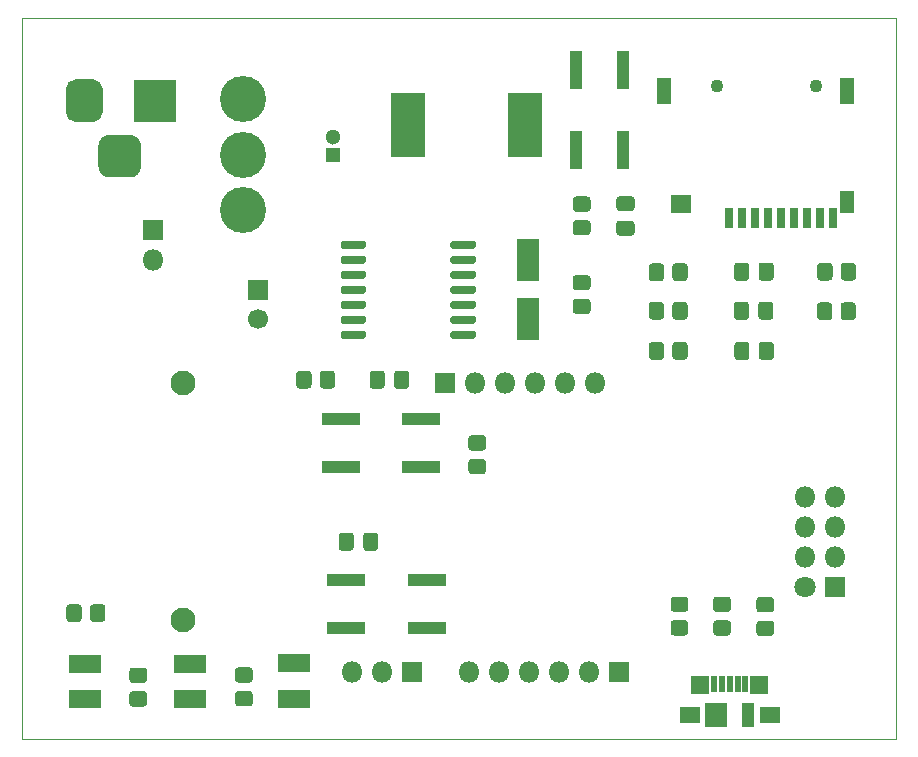
<source format=gbr>
%TF.GenerationSoftware,KiCad,Pcbnew,(5.1.6)-1*%
%TF.CreationDate,2020-11-04T18:23:40+01:00*%
%TF.ProjectId,rps_ki,7270735f-6b69-42e6-9b69-6361645f7063,rev?*%
%TF.SameCoordinates,Original*%
%TF.FileFunction,Soldermask,Top*%
%TF.FilePolarity,Negative*%
%FSLAX46Y46*%
G04 Gerber Fmt 4.6, Leading zero omitted, Abs format (unit mm)*
G04 Created by KiCad (PCBNEW (5.1.6)-1) date 2020-11-04 18:23:40*
%MOMM*%
%LPD*%
G01*
G04 APERTURE LIST*
%TA.AperFunction,Profile*%
%ADD10C,0.050000*%
%TD*%
%ADD11O,1.800000X1.800000*%
%ADD12R,1.800000X1.800000*%
%ADD13C,1.800000*%
%ADD14R,3.600000X3.600000*%
%ADD15R,3.300000X1.100000*%
%ADD16R,1.100000X3.300000*%
%ADD17C,3.910000*%
%ADD18R,3.000000X5.500000*%
%ADD19C,1.100000*%
%ADD20R,1.300000X2.300000*%
%ADD21R,1.300000X1.900000*%
%ADD22R,1.700000X1.600000*%
%ADD23R,0.800000X1.700000*%
%ADD24R,1.100000X2.000000*%
%ADD25R,1.900000X2.000000*%
%ADD26R,1.750000X1.400000*%
%ADD27R,1.525000X1.650000*%
%ADD28R,0.550000X1.480000*%
%ADD29R,2.700000X1.600000*%
%ADD30R,1.900000X3.600000*%
%ADD31C,1.700000*%
%ADD32R,1.700000X1.700000*%
%ADD33C,1.300000*%
%ADD34R,1.300000X1.300000*%
%ADD35C,2.100000*%
G04 APERTURE END LIST*
D10*
X109485600Y-91656800D02*
X35485600Y-91656800D01*
X109485600Y-91656800D02*
X109485600Y-91656800D01*
X35485600Y-30656800D02*
X109485600Y-30656800D01*
X109485600Y-30656800D02*
X109485600Y-91656800D01*
X35485600Y-91656800D02*
X35485600Y-30656800D01*
D11*
%TO.C,J5*%
X73304400Y-86004400D03*
X75844400Y-86004400D03*
X78384400Y-86004400D03*
X80924400Y-86004400D03*
X83464400Y-86004400D03*
D12*
X86004400Y-86004400D03*
%TD*%
D13*
%TO.C,J4*%
X101803200Y-78841600D03*
D12*
X104343200Y-78841600D03*
D11*
X101803200Y-76301600D03*
X104343200Y-76301600D03*
X101803200Y-73761600D03*
X104343200Y-73761600D03*
X101803200Y-71221600D03*
X104343200Y-71221600D03*
%TD*%
%TO.C,J1*%
G36*
G01*
X41941600Y-43242800D02*
X41941600Y-41442800D01*
G75*
G02*
X42841600Y-40542800I900000J0D01*
G01*
X44641600Y-40542800D01*
G75*
G02*
X45541600Y-41442800I0J-900000D01*
G01*
X45541600Y-43242800D01*
G75*
G02*
X44641600Y-44142800I-900000J0D01*
G01*
X42841600Y-44142800D01*
G75*
G02*
X41941600Y-43242800I0J900000D01*
G01*
G37*
G36*
G01*
X39191600Y-38667800D02*
X39191600Y-36617800D01*
G75*
G02*
X39966600Y-35842800I775000J0D01*
G01*
X41516600Y-35842800D01*
G75*
G02*
X42291600Y-36617800I0J-775000D01*
G01*
X42291600Y-38667800D01*
G75*
G02*
X41516600Y-39442800I-775000J0D01*
G01*
X39966600Y-39442800D01*
G75*
G02*
X39191600Y-38667800I0J775000D01*
G01*
G37*
D14*
X46741600Y-37642800D03*
%TD*%
D15*
%TO.C,SW4*%
X62440400Y-64617600D03*
X69240400Y-64617600D03*
X69240400Y-68617600D03*
X62440400Y-68617600D03*
%TD*%
D16*
%TO.C,SW3*%
X86360000Y-35001200D03*
X86360000Y-41801200D03*
X82360000Y-41801200D03*
X82360000Y-35001200D03*
%TD*%
D15*
%TO.C,SW2*%
X69744800Y-82264000D03*
X62944800Y-82264000D03*
X62944800Y-78264000D03*
X69744800Y-78264000D03*
%TD*%
D17*
%TO.C,SW1*%
X54203600Y-42214800D03*
X54203600Y-37514800D03*
X54203600Y-46914800D03*
%TD*%
%TO.C,R12*%
G36*
G01*
X82375632Y-54401200D02*
X83333968Y-54401200D01*
G75*
G02*
X83604800Y-54672032I0J-270832D01*
G01*
X83604800Y-55430368D01*
G75*
G02*
X83333968Y-55701200I-270832J0D01*
G01*
X82375632Y-55701200D01*
G75*
G02*
X82104800Y-55430368I0J270832D01*
G01*
X82104800Y-54672032D01*
G75*
G02*
X82375632Y-54401200I270832J0D01*
G01*
G37*
G36*
G01*
X82375632Y-52401200D02*
X83333968Y-52401200D01*
G75*
G02*
X83604800Y-52672032I0J-270832D01*
G01*
X83604800Y-53430368D01*
G75*
G02*
X83333968Y-53701200I-270832J0D01*
G01*
X82375632Y-53701200D01*
G75*
G02*
X82104800Y-53430368I0J270832D01*
G01*
X82104800Y-52672032D01*
G75*
G02*
X82375632Y-52401200I270832J0D01*
G01*
G37*
%TD*%
D18*
%TO.C,L1*%
X68173600Y-39674800D03*
X78073600Y-39674800D03*
%TD*%
D19*
%TO.C,J7*%
X94300800Y-36399600D03*
X102700800Y-36399600D03*
D20*
X105300800Y-36799600D03*
X89800800Y-36799600D03*
D21*
X105300800Y-46199600D03*
D22*
X91300800Y-46399600D03*
D23*
X104100800Y-47599600D03*
X99700800Y-47599600D03*
X100800800Y-47599600D03*
X101900800Y-47599600D03*
X103000800Y-47599600D03*
X97500800Y-47599600D03*
X98600800Y-47599600D03*
X95300800Y-47599600D03*
X96400800Y-47599600D03*
%TD*%
D11*
%TO.C,J6*%
X83947000Y-61569600D03*
X81407000Y-61569600D03*
X78867000Y-61569600D03*
X76327000Y-61569600D03*
X73787000Y-61569600D03*
D12*
X71247000Y-61569600D03*
%TD*%
D11*
%TO.C,J3*%
X63398400Y-86004400D03*
X65938400Y-86004400D03*
D12*
X68478400Y-86004400D03*
%TD*%
D24*
%TO.C,J2*%
X96950700Y-89646200D03*
D25*
X94250700Y-89646200D03*
D26*
X98775700Y-89646200D03*
X92025700Y-89646200D03*
D27*
X97888200Y-87071200D03*
X92913200Y-87071200D03*
D28*
X96700700Y-86986200D03*
X96050700Y-86986200D03*
X95400700Y-86986200D03*
X94750700Y-86986200D03*
X94100700Y-86986200D03*
%TD*%
D29*
%TO.C,D4*%
X40792400Y-88293200D03*
X40792400Y-85293200D03*
%TD*%
%TO.C,D3*%
X49733200Y-88317200D03*
X49733200Y-85317200D03*
%TD*%
%TO.C,D2*%
X58521600Y-88290400D03*
X58521600Y-85290400D03*
%TD*%
D30*
%TO.C,D1*%
X78333600Y-56144800D03*
X78333600Y-51144800D03*
%TD*%
%TO.C,C17*%
G36*
G01*
X87066924Y-46996400D02*
X86059476Y-46996400D01*
G75*
G02*
X85788200Y-46725124I0J271276D01*
G01*
X85788200Y-45992676D01*
G75*
G02*
X86059476Y-45721400I271276J0D01*
G01*
X87066924Y-45721400D01*
G75*
G02*
X87338200Y-45992676I0J-271276D01*
G01*
X87338200Y-46725124D01*
G75*
G02*
X87066924Y-46996400I-271276J0D01*
G01*
G37*
G36*
G01*
X87066924Y-49071400D02*
X86059476Y-49071400D01*
G75*
G02*
X85788200Y-48800124I0J271276D01*
G01*
X85788200Y-48067676D01*
G75*
G02*
X86059476Y-47796400I271276J0D01*
G01*
X87066924Y-47796400D01*
G75*
G02*
X87338200Y-48067676I0J-271276D01*
G01*
X87338200Y-48800124D01*
G75*
G02*
X87066924Y-49071400I-271276J0D01*
G01*
G37*
%TD*%
D31*
%TO.C,C2*%
X55473600Y-56144800D03*
D32*
X55473600Y-53644800D03*
%TD*%
D33*
%TO.C,C1*%
X61823600Y-40714800D03*
D34*
X61823600Y-42214800D03*
%TD*%
%TO.C,U2*%
G36*
G01*
X71748600Y-50009800D02*
X71748600Y-49659800D01*
G75*
G02*
X71923600Y-49484800I175000J0D01*
G01*
X73723600Y-49484800D01*
G75*
G02*
X73898600Y-49659800I0J-175000D01*
G01*
X73898600Y-50009800D01*
G75*
G02*
X73723600Y-50184800I-175000J0D01*
G01*
X71923600Y-50184800D01*
G75*
G02*
X71748600Y-50009800I0J175000D01*
G01*
G37*
G36*
G01*
X71748600Y-51279800D02*
X71748600Y-50929800D01*
G75*
G02*
X71923600Y-50754800I175000J0D01*
G01*
X73723600Y-50754800D01*
G75*
G02*
X73898600Y-50929800I0J-175000D01*
G01*
X73898600Y-51279800D01*
G75*
G02*
X73723600Y-51454800I-175000J0D01*
G01*
X71923600Y-51454800D01*
G75*
G02*
X71748600Y-51279800I0J175000D01*
G01*
G37*
G36*
G01*
X71748600Y-52549800D02*
X71748600Y-52199800D01*
G75*
G02*
X71923600Y-52024800I175000J0D01*
G01*
X73723600Y-52024800D01*
G75*
G02*
X73898600Y-52199800I0J-175000D01*
G01*
X73898600Y-52549800D01*
G75*
G02*
X73723600Y-52724800I-175000J0D01*
G01*
X71923600Y-52724800D01*
G75*
G02*
X71748600Y-52549800I0J175000D01*
G01*
G37*
G36*
G01*
X71748600Y-53819800D02*
X71748600Y-53469800D01*
G75*
G02*
X71923600Y-53294800I175000J0D01*
G01*
X73723600Y-53294800D01*
G75*
G02*
X73898600Y-53469800I0J-175000D01*
G01*
X73898600Y-53819800D01*
G75*
G02*
X73723600Y-53994800I-175000J0D01*
G01*
X71923600Y-53994800D01*
G75*
G02*
X71748600Y-53819800I0J175000D01*
G01*
G37*
G36*
G01*
X71748600Y-55089800D02*
X71748600Y-54739800D01*
G75*
G02*
X71923600Y-54564800I175000J0D01*
G01*
X73723600Y-54564800D01*
G75*
G02*
X73898600Y-54739800I0J-175000D01*
G01*
X73898600Y-55089800D01*
G75*
G02*
X73723600Y-55264800I-175000J0D01*
G01*
X71923600Y-55264800D01*
G75*
G02*
X71748600Y-55089800I0J175000D01*
G01*
G37*
G36*
G01*
X71748600Y-56359800D02*
X71748600Y-56009800D01*
G75*
G02*
X71923600Y-55834800I175000J0D01*
G01*
X73723600Y-55834800D01*
G75*
G02*
X73898600Y-56009800I0J-175000D01*
G01*
X73898600Y-56359800D01*
G75*
G02*
X73723600Y-56534800I-175000J0D01*
G01*
X71923600Y-56534800D01*
G75*
G02*
X71748600Y-56359800I0J175000D01*
G01*
G37*
G36*
G01*
X71748600Y-57629800D02*
X71748600Y-57279800D01*
G75*
G02*
X71923600Y-57104800I175000J0D01*
G01*
X73723600Y-57104800D01*
G75*
G02*
X73898600Y-57279800I0J-175000D01*
G01*
X73898600Y-57629800D01*
G75*
G02*
X73723600Y-57804800I-175000J0D01*
G01*
X71923600Y-57804800D01*
G75*
G02*
X71748600Y-57629800I0J175000D01*
G01*
G37*
G36*
G01*
X62448600Y-57629800D02*
X62448600Y-57279800D01*
G75*
G02*
X62623600Y-57104800I175000J0D01*
G01*
X64423600Y-57104800D01*
G75*
G02*
X64598600Y-57279800I0J-175000D01*
G01*
X64598600Y-57629800D01*
G75*
G02*
X64423600Y-57804800I-175000J0D01*
G01*
X62623600Y-57804800D01*
G75*
G02*
X62448600Y-57629800I0J175000D01*
G01*
G37*
G36*
G01*
X62448600Y-56359800D02*
X62448600Y-56009800D01*
G75*
G02*
X62623600Y-55834800I175000J0D01*
G01*
X64423600Y-55834800D01*
G75*
G02*
X64598600Y-56009800I0J-175000D01*
G01*
X64598600Y-56359800D01*
G75*
G02*
X64423600Y-56534800I-175000J0D01*
G01*
X62623600Y-56534800D01*
G75*
G02*
X62448600Y-56359800I0J175000D01*
G01*
G37*
G36*
G01*
X62448600Y-55089800D02*
X62448600Y-54739800D01*
G75*
G02*
X62623600Y-54564800I175000J0D01*
G01*
X64423600Y-54564800D01*
G75*
G02*
X64598600Y-54739800I0J-175000D01*
G01*
X64598600Y-55089800D01*
G75*
G02*
X64423600Y-55264800I-175000J0D01*
G01*
X62623600Y-55264800D01*
G75*
G02*
X62448600Y-55089800I0J175000D01*
G01*
G37*
G36*
G01*
X62448600Y-53819800D02*
X62448600Y-53469800D01*
G75*
G02*
X62623600Y-53294800I175000J0D01*
G01*
X64423600Y-53294800D01*
G75*
G02*
X64598600Y-53469800I0J-175000D01*
G01*
X64598600Y-53819800D01*
G75*
G02*
X64423600Y-53994800I-175000J0D01*
G01*
X62623600Y-53994800D01*
G75*
G02*
X62448600Y-53819800I0J175000D01*
G01*
G37*
G36*
G01*
X62448600Y-52549800D02*
X62448600Y-52199800D01*
G75*
G02*
X62623600Y-52024800I175000J0D01*
G01*
X64423600Y-52024800D01*
G75*
G02*
X64598600Y-52199800I0J-175000D01*
G01*
X64598600Y-52549800D01*
G75*
G02*
X64423600Y-52724800I-175000J0D01*
G01*
X62623600Y-52724800D01*
G75*
G02*
X62448600Y-52549800I0J175000D01*
G01*
G37*
G36*
G01*
X62448600Y-51279800D02*
X62448600Y-50929800D01*
G75*
G02*
X62623600Y-50754800I175000J0D01*
G01*
X64423600Y-50754800D01*
G75*
G02*
X64598600Y-50929800I0J-175000D01*
G01*
X64598600Y-51279800D01*
G75*
G02*
X64423600Y-51454800I-175000J0D01*
G01*
X62623600Y-51454800D01*
G75*
G02*
X62448600Y-51279800I0J175000D01*
G01*
G37*
G36*
G01*
X62448600Y-50009800D02*
X62448600Y-49659800D01*
G75*
G02*
X62623600Y-49484800I175000J0D01*
G01*
X64423600Y-49484800D01*
G75*
G02*
X64598600Y-49659800I0J-175000D01*
G01*
X64598600Y-50009800D01*
G75*
G02*
X64423600Y-50184800I-175000J0D01*
G01*
X62623600Y-50184800D01*
G75*
G02*
X62448600Y-50009800I0J175000D01*
G01*
G37*
%TD*%
%TO.C,R17*%
G36*
G01*
X41228000Y-81505168D02*
X41228000Y-80546832D01*
G75*
G02*
X41498832Y-80276000I270832J0D01*
G01*
X42257168Y-80276000D01*
G75*
G02*
X42528000Y-80546832I0J-270832D01*
G01*
X42528000Y-81505168D01*
G75*
G02*
X42257168Y-81776000I-270832J0D01*
G01*
X41498832Y-81776000D01*
G75*
G02*
X41228000Y-81505168I0J270832D01*
G01*
G37*
G36*
G01*
X39228000Y-81505168D02*
X39228000Y-80546832D01*
G75*
G02*
X39498832Y-80276000I270832J0D01*
G01*
X40257168Y-80276000D01*
G75*
G02*
X40528000Y-80546832I0J-270832D01*
G01*
X40528000Y-81505168D01*
G75*
G02*
X40257168Y-81776000I-270832J0D01*
G01*
X39498832Y-81776000D01*
G75*
G02*
X39228000Y-81505168I0J270832D01*
G01*
G37*
%TD*%
%TO.C,R16*%
G36*
G01*
X45792768Y-86940400D02*
X44834432Y-86940400D01*
G75*
G02*
X44563600Y-86669568I0J270832D01*
G01*
X44563600Y-85911232D01*
G75*
G02*
X44834432Y-85640400I270832J0D01*
G01*
X45792768Y-85640400D01*
G75*
G02*
X46063600Y-85911232I0J-270832D01*
G01*
X46063600Y-86669568D01*
G75*
G02*
X45792768Y-86940400I-270832J0D01*
G01*
G37*
G36*
G01*
X45792768Y-88940400D02*
X44834432Y-88940400D01*
G75*
G02*
X44563600Y-88669568I0J270832D01*
G01*
X44563600Y-87911232D01*
G75*
G02*
X44834432Y-87640400I270832J0D01*
G01*
X45792768Y-87640400D01*
G75*
G02*
X46063600Y-87911232I0J-270832D01*
G01*
X46063600Y-88669568D01*
G75*
G02*
X45792768Y-88940400I-270832J0D01*
G01*
G37*
%TD*%
%TO.C,R15*%
G36*
G01*
X54733568Y-86924400D02*
X53775232Y-86924400D01*
G75*
G02*
X53504400Y-86653568I0J270832D01*
G01*
X53504400Y-85895232D01*
G75*
G02*
X53775232Y-85624400I270832J0D01*
G01*
X54733568Y-85624400D01*
G75*
G02*
X55004400Y-85895232I0J-270832D01*
G01*
X55004400Y-86653568D01*
G75*
G02*
X54733568Y-86924400I-270832J0D01*
G01*
G37*
G36*
G01*
X54733568Y-88924400D02*
X53775232Y-88924400D01*
G75*
G02*
X53504400Y-88653568I0J270832D01*
G01*
X53504400Y-87895232D01*
G75*
G02*
X53775232Y-87624400I270832J0D01*
G01*
X54733568Y-87624400D01*
G75*
G02*
X55004400Y-87895232I0J-270832D01*
G01*
X55004400Y-88653568D01*
G75*
G02*
X54733568Y-88924400I-270832J0D01*
G01*
G37*
%TD*%
%TO.C,R14*%
G36*
G01*
X59984400Y-60785632D02*
X59984400Y-61743968D01*
G75*
G02*
X59713568Y-62014800I-270832J0D01*
G01*
X58955232Y-62014800D01*
G75*
G02*
X58684400Y-61743968I0J270832D01*
G01*
X58684400Y-60785632D01*
G75*
G02*
X58955232Y-60514800I270832J0D01*
G01*
X59713568Y-60514800D01*
G75*
G02*
X59984400Y-60785632I0J-270832D01*
G01*
G37*
G36*
G01*
X61984400Y-60785632D02*
X61984400Y-61743968D01*
G75*
G02*
X61713568Y-62014800I-270832J0D01*
G01*
X60955232Y-62014800D01*
G75*
G02*
X60684400Y-61743968I0J270832D01*
G01*
X60684400Y-60785632D01*
G75*
G02*
X60955232Y-60514800I270832J0D01*
G01*
X61713568Y-60514800D01*
G75*
G02*
X61984400Y-60785632I0J-270832D01*
G01*
G37*
%TD*%
%TO.C,R13*%
G36*
G01*
X73536432Y-67964800D02*
X74494768Y-67964800D01*
G75*
G02*
X74765600Y-68235632I0J-270832D01*
G01*
X74765600Y-68993968D01*
G75*
G02*
X74494768Y-69264800I-270832J0D01*
G01*
X73536432Y-69264800D01*
G75*
G02*
X73265600Y-68993968I0J270832D01*
G01*
X73265600Y-68235632D01*
G75*
G02*
X73536432Y-67964800I270832J0D01*
G01*
G37*
G36*
G01*
X73536432Y-65964800D02*
X74494768Y-65964800D01*
G75*
G02*
X74765600Y-66235632I0J-270832D01*
G01*
X74765600Y-66993968D01*
G75*
G02*
X74494768Y-67264800I-270832J0D01*
G01*
X73536432Y-67264800D01*
G75*
G02*
X73265600Y-66993968I0J270832D01*
G01*
X73265600Y-66235632D01*
G75*
G02*
X73536432Y-65964800I270832J0D01*
G01*
G37*
%TD*%
%TO.C,R11*%
G36*
G01*
X83333968Y-47046400D02*
X82375632Y-47046400D01*
G75*
G02*
X82104800Y-46775568I0J270832D01*
G01*
X82104800Y-46017232D01*
G75*
G02*
X82375632Y-45746400I270832J0D01*
G01*
X83333968Y-45746400D01*
G75*
G02*
X83604800Y-46017232I0J-270832D01*
G01*
X83604800Y-46775568D01*
G75*
G02*
X83333968Y-47046400I-270832J0D01*
G01*
G37*
G36*
G01*
X83333968Y-49046400D02*
X82375632Y-49046400D01*
G75*
G02*
X82104800Y-48775568I0J270832D01*
G01*
X82104800Y-48017232D01*
G75*
G02*
X82375632Y-47746400I270832J0D01*
G01*
X83333968Y-47746400D01*
G75*
G02*
X83604800Y-48017232I0J-270832D01*
G01*
X83604800Y-48775568D01*
G75*
G02*
X83333968Y-49046400I-270832J0D01*
G01*
G37*
%TD*%
%TO.C,R10*%
G36*
G01*
X89836000Y-51692432D02*
X89836000Y-52650768D01*
G75*
G02*
X89565168Y-52921600I-270832J0D01*
G01*
X88806832Y-52921600D01*
G75*
G02*
X88536000Y-52650768I0J270832D01*
G01*
X88536000Y-51692432D01*
G75*
G02*
X88806832Y-51421600I270832J0D01*
G01*
X89565168Y-51421600D01*
G75*
G02*
X89836000Y-51692432I0J-270832D01*
G01*
G37*
G36*
G01*
X91836000Y-51692432D02*
X91836000Y-52650768D01*
G75*
G02*
X91565168Y-52921600I-270832J0D01*
G01*
X90806832Y-52921600D01*
G75*
G02*
X90536000Y-52650768I0J270832D01*
G01*
X90536000Y-51692432D01*
G75*
G02*
X90806832Y-51421600I270832J0D01*
G01*
X91565168Y-51421600D01*
G75*
G02*
X91836000Y-51692432I0J-270832D01*
G01*
G37*
%TD*%
%TO.C,R9*%
G36*
G01*
X104078800Y-54994432D02*
X104078800Y-55952768D01*
G75*
G02*
X103807968Y-56223600I-270832J0D01*
G01*
X103049632Y-56223600D01*
G75*
G02*
X102778800Y-55952768I0J270832D01*
G01*
X102778800Y-54994432D01*
G75*
G02*
X103049632Y-54723600I270832J0D01*
G01*
X103807968Y-54723600D01*
G75*
G02*
X104078800Y-54994432I0J-270832D01*
G01*
G37*
G36*
G01*
X106078800Y-54994432D02*
X106078800Y-55952768D01*
G75*
G02*
X105807968Y-56223600I-270832J0D01*
G01*
X105049632Y-56223600D01*
G75*
G02*
X104778800Y-55952768I0J270832D01*
G01*
X104778800Y-54994432D01*
G75*
G02*
X105049632Y-54723600I270832J0D01*
G01*
X105807968Y-54723600D01*
G75*
G02*
X106078800Y-54994432I0J-270832D01*
G01*
G37*
%TD*%
%TO.C,R8*%
G36*
G01*
X89836000Y-54943632D02*
X89836000Y-55901968D01*
G75*
G02*
X89565168Y-56172800I-270832J0D01*
G01*
X88806832Y-56172800D01*
G75*
G02*
X88536000Y-55901968I0J270832D01*
G01*
X88536000Y-54943632D01*
G75*
G02*
X88806832Y-54672800I270832J0D01*
G01*
X89565168Y-54672800D01*
G75*
G02*
X89836000Y-54943632I0J-270832D01*
G01*
G37*
G36*
G01*
X91836000Y-54943632D02*
X91836000Y-55901968D01*
G75*
G02*
X91565168Y-56172800I-270832J0D01*
G01*
X90806832Y-56172800D01*
G75*
G02*
X90536000Y-55901968I0J270832D01*
G01*
X90536000Y-54943632D01*
G75*
G02*
X90806832Y-54672800I270832J0D01*
G01*
X91565168Y-54672800D01*
G75*
G02*
X91836000Y-54943632I0J-270832D01*
G01*
G37*
%TD*%
%TO.C,R7*%
G36*
G01*
X104094800Y-51641632D02*
X104094800Y-52599968D01*
G75*
G02*
X103823968Y-52870800I-270832J0D01*
G01*
X103065632Y-52870800D01*
G75*
G02*
X102794800Y-52599968I0J270832D01*
G01*
X102794800Y-51641632D01*
G75*
G02*
X103065632Y-51370800I270832J0D01*
G01*
X103823968Y-51370800D01*
G75*
G02*
X104094800Y-51641632I0J-270832D01*
G01*
G37*
G36*
G01*
X106094800Y-51641632D02*
X106094800Y-52599968D01*
G75*
G02*
X105823968Y-52870800I-270832J0D01*
G01*
X105065632Y-52870800D01*
G75*
G02*
X104794800Y-52599968I0J270832D01*
G01*
X104794800Y-51641632D01*
G75*
G02*
X105065632Y-51370800I270832J0D01*
G01*
X105823968Y-51370800D01*
G75*
G02*
X106094800Y-51641632I0J-270832D01*
G01*
G37*
%TD*%
%TO.C,R6*%
G36*
G01*
X89836000Y-58347232D02*
X89836000Y-59305568D01*
G75*
G02*
X89565168Y-59576400I-270832J0D01*
G01*
X88806832Y-59576400D01*
G75*
G02*
X88536000Y-59305568I0J270832D01*
G01*
X88536000Y-58347232D01*
G75*
G02*
X88806832Y-58076400I270832J0D01*
G01*
X89565168Y-58076400D01*
G75*
G02*
X89836000Y-58347232I0J-270832D01*
G01*
G37*
G36*
G01*
X91836000Y-58347232D02*
X91836000Y-59305568D01*
G75*
G02*
X91565168Y-59576400I-270832J0D01*
G01*
X90806832Y-59576400D01*
G75*
G02*
X90536000Y-59305568I0J270832D01*
G01*
X90536000Y-58347232D01*
G75*
G02*
X90806832Y-58076400I270832J0D01*
G01*
X91565168Y-58076400D01*
G75*
G02*
X91836000Y-58347232I0J-270832D01*
G01*
G37*
%TD*%
%TO.C,R3*%
G36*
G01*
X91614368Y-80930000D02*
X90656032Y-80930000D01*
G75*
G02*
X90385200Y-80659168I0J270832D01*
G01*
X90385200Y-79900832D01*
G75*
G02*
X90656032Y-79630000I270832J0D01*
G01*
X91614368Y-79630000D01*
G75*
G02*
X91885200Y-79900832I0J-270832D01*
G01*
X91885200Y-80659168D01*
G75*
G02*
X91614368Y-80930000I-270832J0D01*
G01*
G37*
G36*
G01*
X91614368Y-82930000D02*
X90656032Y-82930000D01*
G75*
G02*
X90385200Y-82659168I0J270832D01*
G01*
X90385200Y-81900832D01*
G75*
G02*
X90656032Y-81630000I270832J0D01*
G01*
X91614368Y-81630000D01*
G75*
G02*
X91885200Y-81900832I0J-270832D01*
G01*
X91885200Y-82659168D01*
G75*
G02*
X91614368Y-82930000I-270832J0D01*
G01*
G37*
%TD*%
%TO.C,R2*%
G36*
G01*
X95221168Y-80930000D02*
X94262832Y-80930000D01*
G75*
G02*
X93992000Y-80659168I0J270832D01*
G01*
X93992000Y-79900832D01*
G75*
G02*
X94262832Y-79630000I270832J0D01*
G01*
X95221168Y-79630000D01*
G75*
G02*
X95492000Y-79900832I0J-270832D01*
G01*
X95492000Y-80659168D01*
G75*
G02*
X95221168Y-80930000I-270832J0D01*
G01*
G37*
G36*
G01*
X95221168Y-82930000D02*
X94262832Y-82930000D01*
G75*
G02*
X93992000Y-82659168I0J270832D01*
G01*
X93992000Y-81900832D01*
G75*
G02*
X94262832Y-81630000I270832J0D01*
G01*
X95221168Y-81630000D01*
G75*
G02*
X95492000Y-81900832I0J-270832D01*
G01*
X95492000Y-82659168D01*
G75*
G02*
X95221168Y-82930000I-270832J0D01*
G01*
G37*
%TD*%
%TO.C,R1*%
G36*
G01*
X98878768Y-80964800D02*
X97920432Y-80964800D01*
G75*
G02*
X97649600Y-80693968I0J270832D01*
G01*
X97649600Y-79935632D01*
G75*
G02*
X97920432Y-79664800I270832J0D01*
G01*
X98878768Y-79664800D01*
G75*
G02*
X99149600Y-79935632I0J-270832D01*
G01*
X99149600Y-80693968D01*
G75*
G02*
X98878768Y-80964800I-270832J0D01*
G01*
G37*
G36*
G01*
X98878768Y-82964800D02*
X97920432Y-82964800D01*
G75*
G02*
X97649600Y-82693968I0J270832D01*
G01*
X97649600Y-81935632D01*
G75*
G02*
X97920432Y-81664800I270832J0D01*
G01*
X98878768Y-81664800D01*
G75*
G02*
X99149600Y-81935632I0J-270832D01*
G01*
X99149600Y-82693968D01*
G75*
G02*
X98878768Y-82964800I-270832J0D01*
G01*
G37*
%TD*%
%TO.C,C18*%
G36*
G01*
X66977300Y-61768524D02*
X66977300Y-60761076D01*
G75*
G02*
X67248576Y-60489800I271276J0D01*
G01*
X67981024Y-60489800D01*
G75*
G02*
X68252300Y-60761076I0J-271276D01*
G01*
X68252300Y-61768524D01*
G75*
G02*
X67981024Y-62039800I-271276J0D01*
G01*
X67248576Y-62039800D01*
G75*
G02*
X66977300Y-61768524I0J271276D01*
G01*
G37*
G36*
G01*
X64902300Y-61768524D02*
X64902300Y-60761076D01*
G75*
G02*
X65173576Y-60489800I271276J0D01*
G01*
X65906024Y-60489800D01*
G75*
G02*
X66177300Y-60761076I0J-271276D01*
G01*
X66177300Y-61768524D01*
G75*
G02*
X65906024Y-62039800I-271276J0D01*
G01*
X65173576Y-62039800D01*
G75*
G02*
X64902300Y-61768524I0J271276D01*
G01*
G37*
%TD*%
%TO.C,C14*%
G36*
G01*
X64357200Y-75484524D02*
X64357200Y-74477076D01*
G75*
G02*
X64628476Y-74205800I271276J0D01*
G01*
X65360924Y-74205800D01*
G75*
G02*
X65632200Y-74477076I0J-271276D01*
G01*
X65632200Y-75484524D01*
G75*
G02*
X65360924Y-75755800I-271276J0D01*
G01*
X64628476Y-75755800D01*
G75*
G02*
X64357200Y-75484524I0J271276D01*
G01*
G37*
G36*
G01*
X62282200Y-75484524D02*
X62282200Y-74477076D01*
G75*
G02*
X62553476Y-74205800I271276J0D01*
G01*
X63285924Y-74205800D01*
G75*
G02*
X63557200Y-74477076I0J-271276D01*
G01*
X63557200Y-75484524D01*
G75*
G02*
X63285924Y-75755800I-271276J0D01*
G01*
X62553476Y-75755800D01*
G75*
G02*
X62282200Y-75484524I0J271276D01*
G01*
G37*
%TD*%
%TO.C,C11*%
G36*
G01*
X97034400Y-51617076D02*
X97034400Y-52624524D01*
G75*
G02*
X96763124Y-52895800I-271276J0D01*
G01*
X96030676Y-52895800D01*
G75*
G02*
X95759400Y-52624524I0J271276D01*
G01*
X95759400Y-51617076D01*
G75*
G02*
X96030676Y-51345800I271276J0D01*
G01*
X96763124Y-51345800D01*
G75*
G02*
X97034400Y-51617076I0J-271276D01*
G01*
G37*
G36*
G01*
X99109400Y-51617076D02*
X99109400Y-52624524D01*
G75*
G02*
X98838124Y-52895800I-271276J0D01*
G01*
X98105676Y-52895800D01*
G75*
G02*
X97834400Y-52624524I0J271276D01*
G01*
X97834400Y-51617076D01*
G75*
G02*
X98105676Y-51345800I271276J0D01*
G01*
X98838124Y-51345800D01*
G75*
G02*
X99109400Y-51617076I0J-271276D01*
G01*
G37*
%TD*%
%TO.C,C9*%
G36*
G01*
X97055900Y-58322676D02*
X97055900Y-59330124D01*
G75*
G02*
X96784624Y-59601400I-271276J0D01*
G01*
X96052176Y-59601400D01*
G75*
G02*
X95780900Y-59330124I0J271276D01*
G01*
X95780900Y-58322676D01*
G75*
G02*
X96052176Y-58051400I271276J0D01*
G01*
X96784624Y-58051400D01*
G75*
G02*
X97055900Y-58322676I0J-271276D01*
G01*
G37*
G36*
G01*
X99130900Y-58322676D02*
X99130900Y-59330124D01*
G75*
G02*
X98859624Y-59601400I-271276J0D01*
G01*
X98127176Y-59601400D01*
G75*
G02*
X97855900Y-59330124I0J271276D01*
G01*
X97855900Y-58322676D01*
G75*
G02*
X98127176Y-58051400I271276J0D01*
G01*
X98859624Y-58051400D01*
G75*
G02*
X99130900Y-58322676I0J-271276D01*
G01*
G37*
%TD*%
%TO.C,C7*%
G36*
G01*
X97012900Y-54919076D02*
X97012900Y-55926524D01*
G75*
G02*
X96741624Y-56197800I-271276J0D01*
G01*
X96009176Y-56197800D01*
G75*
G02*
X95737900Y-55926524I0J271276D01*
G01*
X95737900Y-54919076D01*
G75*
G02*
X96009176Y-54647800I271276J0D01*
G01*
X96741624Y-54647800D01*
G75*
G02*
X97012900Y-54919076I0J-271276D01*
G01*
G37*
G36*
G01*
X99087900Y-54919076D02*
X99087900Y-55926524D01*
G75*
G02*
X98816624Y-56197800I-271276J0D01*
G01*
X98084176Y-56197800D01*
G75*
G02*
X97812900Y-55926524I0J271276D01*
G01*
X97812900Y-54919076D01*
G75*
G02*
X98084176Y-54647800I271276J0D01*
G01*
X98816624Y-54647800D01*
G75*
G02*
X99087900Y-54919076I0J-271276D01*
G01*
G37*
%TD*%
D35*
%TO.C,BT2*%
X49123600Y-61584800D03*
X49123600Y-81584800D03*
%TD*%
D11*
%TO.C,BT1*%
X46583600Y-51104800D03*
D12*
X46583600Y-48564800D03*
%TD*%
M02*

</source>
